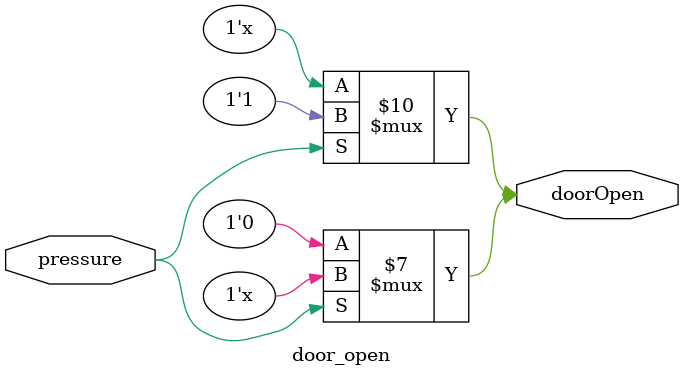
<source format=v>
`timescale 1ns / 1ps


module door_open(pressure,doorOpen);
input pressure;
output reg doorOpen;
initial doorOpen=0;
always@(pressure)
begin
if(pressure==1)  
 begin   
doorOpen=1;   
$display("Door is opened"); 
  end
end
always@ (pressure)
begin
if(pressure==0)  
begin 
 #2 doorOpen=0;  
$display("Door is closed");  
end
end
endmodule


</source>
